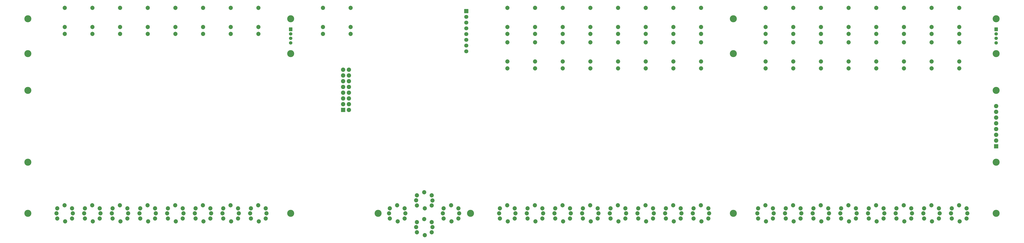
<source format=gbs>
G04 Layer: BottomSolderMaskLayer*
G04 EasyEDA v6.5.34, 2023-08-15 01:36:41*
G04 4f68baccf90e46bd970f154785848b76,5a6b42c53f6a479593ecc07194224c93,10*
G04 Gerber Generator version 0.2*
G04 Scale: 100 percent, Rotated: No, Reflected: No *
G04 Dimensions in millimeters *
G04 leading zeros omitted , absolute positions ,4 integer and 5 decimal *
%FSLAX45Y45*%
%MOMM*%

%AMMACRO1*1,1,$1,$2,$3*1,1,$1,$4,$5*1,1,$1,0-$2,0-$3*1,1,$1,0-$4,0-$5*20,1,$1,$2,$3,$4,$5,0*20,1,$1,$4,$5,0-$2,0-$3,0*20,1,$1,0-$2,0-$3,0-$4,0-$5,0*20,1,$1,0-$4,0-$5,$2,$3,0*4,1,4,$2,$3,$4,$5,0-$2,0-$3,0-$4,0-$5,$2,$3,0*%
%ADD10MACRO1,0.1016X0.9X-0.9X0.9X0.9*%
%ADD11C,1.9016*%
%ADD12C,1.8532*%
%ADD13C,1.5016*%
%ADD14MACRO1,0.1016X0.7X0.762X0.7X-0.762*%
%ADD15MACRO1,0.1016X0.85X-0.85X0.85X0.85*%
%ADD16C,1.8016*%
%ADD17MACRO1,0.1016X-0.9X-0.9X-0.9X0.9*%
%ADD18C,3.1016*%
%ADD19C,0.0143*%

%LPD*%
D10*
G01*
X16682887Y2946394D03*
D11*
G01*
X16936897Y2946400D03*
G01*
X16682897Y3200400D03*
G01*
X16936897Y3200400D03*
G01*
X16682897Y3454400D03*
G01*
X16936897Y3454400D03*
G01*
X16682897Y3708400D03*
G01*
X16936897Y3708400D03*
G01*
X16682897Y3962400D03*
G01*
X16936897Y3962400D03*
G01*
X16682897Y4216400D03*
G01*
X16936897Y4216400D03*
G01*
X16682897Y4470400D03*
G01*
X16936897Y4470400D03*
G01*
X16682897Y4724400D03*
G01*
X16936897Y4724400D03*
D12*
G01*
X27901900Y-1854200D03*
G01*
X27251888Y-1854200D03*
G01*
X27901900Y-1404188D03*
G01*
X27251888Y-1404188D03*
G01*
X27576907Y-1269212D03*
G01*
X27936901Y-1629206D03*
G01*
X27597100Y-1981200D03*
G01*
X27216100Y-1625600D03*
G01*
X26682700Y-1854200D03*
G01*
X26032688Y-1854200D03*
G01*
X26682700Y-1404188D03*
G01*
X26032688Y-1404188D03*
G01*
X26357707Y-1269212D03*
G01*
X26717701Y-1629206D03*
G01*
X26377900Y-1981200D03*
G01*
X25996900Y-1625600D03*
G01*
X25463500Y-1854200D03*
G01*
X24813488Y-1854200D03*
G01*
X25463500Y-1404188D03*
G01*
X24813488Y-1404188D03*
G01*
X25138506Y-1269212D03*
G01*
X25498501Y-1629206D03*
G01*
X25158700Y-1981200D03*
G01*
X24777700Y-1625600D03*
G01*
X24244300Y-1854200D03*
G01*
X23594288Y-1854200D03*
G01*
X24244300Y-1404188D03*
G01*
X23594288Y-1404188D03*
G01*
X23919306Y-1269212D03*
G01*
X24279301Y-1629206D03*
G01*
X23939500Y-1981200D03*
G01*
X23558500Y-1625600D03*
G01*
X32778700Y-1854200D03*
G01*
X32128688Y-1854200D03*
G01*
X32778700Y-1404188D03*
G01*
X32128688Y-1404188D03*
G01*
X32453707Y-1269212D03*
G01*
X32813701Y-1629206D03*
G01*
X32473900Y-1981200D03*
G01*
X32092900Y-1625600D03*
G01*
X31559500Y-1854200D03*
G01*
X30909488Y-1854200D03*
G01*
X31559500Y-1404188D03*
G01*
X30909488Y-1404188D03*
G01*
X31234507Y-1269212D03*
G01*
X31594501Y-1629206D03*
G01*
X31254700Y-1981200D03*
G01*
X30873700Y-1625600D03*
G01*
X30340300Y-1854200D03*
G01*
X29690288Y-1854200D03*
G01*
X30340300Y-1404188D03*
G01*
X29690288Y-1404188D03*
G01*
X30015307Y-1269212D03*
G01*
X30375301Y-1629206D03*
G01*
X30035500Y-1981200D03*
G01*
X29654500Y-1625600D03*
G01*
X29121100Y-1854200D03*
G01*
X28471088Y-1854200D03*
G01*
X29121100Y-1404188D03*
G01*
X28471088Y-1404188D03*
G01*
X28796107Y-1269212D03*
G01*
X29156101Y-1629206D03*
G01*
X28816300Y-1981200D03*
G01*
X28435300Y-1625600D03*
G01*
X39281100Y-1854200D03*
G01*
X38631088Y-1854200D03*
G01*
X39281100Y-1404188D03*
G01*
X38631088Y-1404188D03*
G01*
X38956107Y-1269212D03*
G01*
X39316101Y-1629206D03*
G01*
X38976300Y-1981200D03*
G01*
X38595300Y-1625600D03*
G01*
X38061900Y-1854200D03*
G01*
X37411888Y-1854200D03*
G01*
X38061900Y-1404188D03*
G01*
X37411888Y-1404188D03*
G01*
X37736907Y-1269212D03*
G01*
X38096901Y-1629206D03*
G01*
X37757100Y-1981200D03*
G01*
X37376100Y-1625600D03*
G01*
X36842700Y-1854200D03*
G01*
X36192688Y-1854200D03*
G01*
X36842700Y-1404188D03*
G01*
X36192688Y-1404188D03*
G01*
X36517707Y-1269212D03*
G01*
X36877701Y-1629206D03*
G01*
X36537900Y-1981200D03*
G01*
X36156900Y-1625600D03*
G01*
X35623500Y-1854200D03*
G01*
X34973488Y-1854200D03*
G01*
X35623500Y-1404188D03*
G01*
X34973488Y-1404188D03*
G01*
X35298507Y-1269212D03*
G01*
X35658501Y-1629206D03*
G01*
X35318700Y-1981200D03*
G01*
X34937700Y-1625600D03*
G01*
X44157900Y-1854200D03*
G01*
X43507888Y-1854200D03*
G01*
X44157900Y-1404188D03*
G01*
X43507888Y-1404188D03*
G01*
X43832907Y-1269212D03*
G01*
X44192901Y-1629206D03*
G01*
X43853100Y-1981200D03*
G01*
X43472100Y-1625600D03*
G01*
X42938700Y-1854200D03*
G01*
X42288688Y-1854200D03*
G01*
X42938700Y-1404188D03*
G01*
X42288688Y-1404188D03*
G01*
X42613707Y-1269212D03*
G01*
X42973701Y-1629206D03*
G01*
X42633900Y-1981200D03*
G01*
X42252900Y-1625600D03*
G01*
X41719500Y-1854200D03*
G01*
X41069488Y-1854200D03*
G01*
X41719500Y-1404188D03*
G01*
X41069488Y-1404188D03*
G01*
X41394507Y-1269212D03*
G01*
X41754501Y-1629206D03*
G01*
X41414700Y-1981200D03*
G01*
X41033700Y-1625600D03*
G01*
X40500300Y-1854200D03*
G01*
X39850288Y-1854200D03*
G01*
X40500300Y-1404188D03*
G01*
X39850288Y-1404188D03*
G01*
X40175307Y-1269212D03*
G01*
X40535301Y-1629206D03*
G01*
X40195500Y-1981200D03*
G01*
X39814500Y-1625600D03*
G01*
X19392900Y-1854200D03*
G01*
X18742888Y-1854200D03*
G01*
X19392900Y-1404188D03*
G01*
X18742888Y-1404188D03*
G01*
X19067906Y-1269212D03*
G01*
X19427901Y-1629206D03*
G01*
X19088100Y-1981200D03*
G01*
X18707100Y-1625600D03*
G01*
X20586700Y-1282700D03*
G01*
X19936688Y-1282700D03*
G01*
X20586700Y-832688D03*
G01*
X19936688Y-832688D03*
G01*
X20261706Y-697712D03*
G01*
X20621701Y-1057706D03*
G01*
X20281900Y-1409700D03*
G01*
X19900900Y-1054100D03*
G01*
X20586700Y-2463800D03*
G01*
X19936688Y-2463800D03*
G01*
X20586700Y-2013788D03*
G01*
X19936688Y-2013788D03*
G01*
X20261706Y-1878812D03*
G01*
X20621701Y-2238806D03*
G01*
X20281900Y-2590800D03*
G01*
X19900900Y-2235200D03*
G01*
X21767800Y-1854200D03*
G01*
X21117788Y-1854200D03*
G01*
X21767800Y-1404188D03*
G01*
X21117788Y-1404188D03*
G01*
X21442806Y-1269212D03*
G01*
X21802801Y-1629206D03*
G01*
X21463000Y-1981200D03*
G01*
X21082000Y-1625600D03*
D13*
G01*
X14376400Y5910300D03*
G01*
X14376400Y6110300D03*
G01*
X14376400Y6310299D03*
D14*
G01*
X14376400Y6510299D03*
D13*
G01*
X45466000Y5910300D03*
G01*
X45466000Y6110300D03*
G01*
X45466000Y6310299D03*
D14*
G01*
X45466000Y6510299D03*
D15*
G01*
X22114156Y7314288D03*
D16*
G01*
X22114151Y7060290D03*
G01*
X22114151Y6806290D03*
G01*
X22114151Y6552290D03*
G01*
X22114151Y6298290D03*
G01*
X22114151Y6044290D03*
G01*
X22114151Y5790290D03*
G01*
X22114151Y5536290D03*
D12*
G01*
X4419600Y7459598D03*
G01*
X4419600Y6609613D03*
G01*
X4419600Y6309588D03*
G01*
X5638800Y7459598D03*
G01*
X5638800Y6609613D03*
G01*
X5638800Y6309588D03*
G01*
X6858000Y7459598D03*
G01*
X6858000Y6609613D03*
G01*
X6858000Y6309588D03*
G01*
X8077200Y7459598D03*
G01*
X8077200Y6609613D03*
G01*
X8077200Y6309588D03*
G01*
X9296400Y7459598D03*
G01*
X9296400Y6609613D03*
G01*
X9296400Y6309588D03*
G01*
X10515600Y7459598D03*
G01*
X10515600Y6609613D03*
G01*
X10515600Y6309588D03*
G01*
X11734800Y7459598D03*
G01*
X11734800Y6609613D03*
G01*
X11734800Y6309588D03*
G01*
X12954000Y7459598D03*
G01*
X12954000Y6609613D03*
G01*
X12954000Y6309588D03*
G01*
X15798800Y7459598D03*
G01*
X15798800Y6609613D03*
G01*
X15798800Y6309588D03*
G01*
X17018000Y7459598D03*
G01*
X17018000Y6609613D03*
G01*
X17018000Y6309588D03*
G01*
X23926800Y7459598D03*
G01*
X23926800Y6609613D03*
G01*
X23926800Y6309588D03*
G01*
X25146000Y7459598D03*
G01*
X25146000Y6609613D03*
G01*
X25146000Y6309588D03*
G01*
X26365200Y7459598D03*
G01*
X26365200Y6609613D03*
G01*
X26365200Y6309588D03*
G01*
X27584400Y7459598D03*
G01*
X27584400Y6609613D03*
G01*
X27584400Y6309588D03*
G01*
X28803600Y7459598D03*
G01*
X28803600Y6609613D03*
G01*
X28803600Y6309588D03*
G01*
X30022800Y7459598D03*
G01*
X30022800Y6609613D03*
G01*
X30022800Y6309588D03*
G01*
X31242000Y7459598D03*
G01*
X31242000Y6609613D03*
G01*
X31242000Y6309588D03*
G01*
X32461200Y7459598D03*
G01*
X32461200Y6609613D03*
G01*
X32461200Y6309588D03*
G01*
X23926800Y5935598D03*
G01*
X23926800Y5085613D03*
G01*
X23926800Y4785588D03*
G01*
X25146000Y5935598D03*
G01*
X25146000Y5085613D03*
G01*
X25146000Y4785588D03*
G01*
X26365200Y5935598D03*
G01*
X26365200Y5085613D03*
G01*
X26365200Y4785588D03*
G01*
X27584400Y5935598D03*
G01*
X27584400Y5085613D03*
G01*
X27584400Y4785588D03*
G01*
X28803600Y5935598D03*
G01*
X28803600Y5085613D03*
G01*
X28803600Y4785588D03*
G01*
X30022800Y5935598D03*
G01*
X30022800Y5085613D03*
G01*
X30022800Y4785588D03*
G01*
X31242000Y5935598D03*
G01*
X31242000Y5085613D03*
G01*
X31242000Y4785588D03*
G01*
X32461200Y5935598D03*
G01*
X32461200Y5085613D03*
G01*
X32461200Y4785588D03*
G01*
X35306000Y7459598D03*
G01*
X35306000Y6609613D03*
G01*
X35306000Y6309588D03*
G01*
X36525200Y7459598D03*
G01*
X36525200Y6609613D03*
G01*
X36525200Y6309588D03*
G01*
X37744400Y7459598D03*
G01*
X37744400Y6609613D03*
G01*
X37744400Y6309588D03*
G01*
X38963600Y7459598D03*
G01*
X38963600Y6609613D03*
G01*
X38963600Y6309588D03*
G01*
X40182800Y7459598D03*
G01*
X40182800Y6609613D03*
G01*
X40182800Y6309588D03*
G01*
X41402000Y7459598D03*
G01*
X41402000Y6609613D03*
G01*
X41402000Y6309588D03*
G01*
X42621200Y7459598D03*
G01*
X42621200Y6609613D03*
G01*
X42621200Y6309588D03*
G01*
X43840400Y7459598D03*
G01*
X43840400Y6609613D03*
G01*
X43840400Y6309588D03*
G01*
X35306000Y5935598D03*
G01*
X35306000Y5085613D03*
G01*
X35306000Y4785588D03*
G01*
X36525200Y5935598D03*
G01*
X36525200Y5085613D03*
G01*
X36525200Y4785588D03*
G01*
X37744400Y5935598D03*
G01*
X37744400Y5085613D03*
G01*
X37744400Y4785588D03*
G01*
X38963600Y5935598D03*
G01*
X38963600Y5085613D03*
G01*
X38963600Y4785588D03*
G01*
X40182800Y5935598D03*
G01*
X40182800Y5085613D03*
G01*
X40182800Y4785588D03*
G01*
X41402000Y5935598D03*
G01*
X41402000Y5085613D03*
G01*
X41402000Y4785588D03*
G01*
X42621200Y5935598D03*
G01*
X42621200Y5085613D03*
G01*
X42621200Y4785588D03*
G01*
X43840400Y5935598D03*
G01*
X43840400Y5085613D03*
G01*
X43840400Y4785588D03*
D17*
G01*
X45466010Y1333494D03*
D11*
G01*
X45466025Y1587500D03*
G01*
X45466025Y1841500D03*
G01*
X45466025Y2095500D03*
G01*
X45466025Y2349500D03*
G01*
X45466025Y2603500D03*
G01*
X45466025Y2857500D03*
G01*
X45466025Y3111500D03*
D12*
G01*
X8394700Y-1854200D03*
G01*
X7744688Y-1854200D03*
G01*
X8394700Y-1404188D03*
G01*
X7744688Y-1404188D03*
G01*
X8069706Y-1269212D03*
G01*
X8429701Y-1629206D03*
G01*
X8089900Y-1981200D03*
G01*
X7708900Y-1625600D03*
G01*
X7175500Y-1854200D03*
G01*
X6525488Y-1854200D03*
G01*
X7175500Y-1404188D03*
G01*
X6525488Y-1404188D03*
G01*
X6850506Y-1269212D03*
G01*
X7210501Y-1629206D03*
G01*
X6870700Y-1981200D03*
G01*
X6489700Y-1625600D03*
G01*
X5956300Y-1854200D03*
G01*
X5306288Y-1854200D03*
G01*
X5956300Y-1404188D03*
G01*
X5306288Y-1404188D03*
G01*
X5631306Y-1269212D03*
G01*
X5991301Y-1629206D03*
G01*
X5651500Y-1981200D03*
G01*
X5270500Y-1625600D03*
G01*
X4737100Y-1854200D03*
G01*
X4087088Y-1854200D03*
G01*
X4737100Y-1404188D03*
G01*
X4087088Y-1404188D03*
G01*
X4412106Y-1269212D03*
G01*
X4772101Y-1629206D03*
G01*
X4432300Y-1981200D03*
G01*
X4051300Y-1625600D03*
G01*
X13271500Y-1854200D03*
G01*
X12621488Y-1854200D03*
G01*
X13271500Y-1404188D03*
G01*
X12621488Y-1404188D03*
G01*
X12946506Y-1269212D03*
G01*
X13306501Y-1629206D03*
G01*
X12966700Y-1981200D03*
G01*
X12585700Y-1625600D03*
G01*
X12052300Y-1854200D03*
G01*
X11402288Y-1854200D03*
G01*
X12052300Y-1404188D03*
G01*
X11402288Y-1404188D03*
G01*
X11727306Y-1269212D03*
G01*
X12087301Y-1629206D03*
G01*
X11747500Y-1981200D03*
G01*
X11366500Y-1625600D03*
G01*
X10833100Y-1854200D03*
G01*
X10183088Y-1854200D03*
G01*
X10833100Y-1404188D03*
G01*
X10183088Y-1404188D03*
G01*
X10508106Y-1269212D03*
G01*
X10868101Y-1629206D03*
G01*
X10528300Y-1981200D03*
G01*
X10147300Y-1625600D03*
G01*
X9613900Y-1854200D03*
G01*
X8963888Y-1854200D03*
G01*
X9613900Y-1404188D03*
G01*
X8963888Y-1404188D03*
G01*
X9288906Y-1269212D03*
G01*
X9648901Y-1629206D03*
G01*
X9309100Y-1981200D03*
G01*
X8928100Y-1625600D03*
D18*
G01*
X2794000Y3810000D03*
G01*
X2794000Y635000D03*
G01*
X45466000Y635000D03*
G01*
X45466000Y3810000D03*
G01*
X14376400Y6972300D03*
G01*
X14376400Y5435574D03*
G01*
X2794000Y6972300D03*
G01*
X2794000Y5435600D03*
G01*
X33883600Y5435574D03*
G01*
X33883600Y6972300D03*
G01*
X45466000Y6972300D03*
G01*
X45466000Y5435600D03*
G01*
X18228894Y-1625574D03*
G01*
X14376425Y-1625625D03*
G01*
X2794025Y-1625600D03*
G01*
X22301022Y-1625625D03*
G01*
X33883625Y-1625625D03*
G01*
X45466025Y-1625600D03*
M02*

</source>
